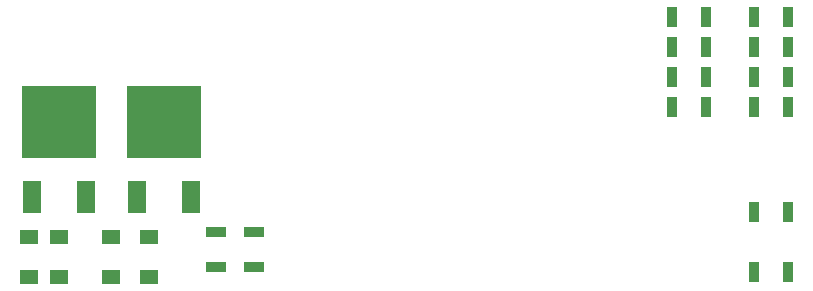
<source format=gbr>
G04 EAGLE Gerber RS-274X export*
G75*
%MOMM*%
%FSLAX34Y34*%
%LPD*%
%INSolderpaste Bottom*%
%IPPOS*%
%AMOC8*
5,1,8,0,0,1.08239X$1,22.5*%
G01*
%ADD10R,1.700000X0.900000*%
%ADD11R,0.900000X1.700000*%
%ADD12R,6.300000X6.100000*%
%ADD13R,1.500000X2.800000*%
%ADD14R,1.600000X1.200000*%


D10*
X241300Y97050D03*
X241300Y68050D03*
X273050Y68050D03*
X273050Y97050D03*
D11*
X725700Y203200D03*
X696700Y203200D03*
X725700Y228600D03*
X696700Y228600D03*
X725700Y254000D03*
X696700Y254000D03*
X725700Y279400D03*
X696700Y279400D03*
D12*
X196850Y190100D03*
D13*
X219650Y127100D03*
X174050Y127100D03*
D12*
X107950Y190100D03*
D13*
X130750Y127100D03*
X85150Y127100D03*
D14*
X107950Y59200D03*
X107950Y93200D03*
X152400Y59200D03*
X152400Y93200D03*
X184150Y59200D03*
X184150Y93200D03*
X82550Y59200D03*
X82550Y93200D03*
D11*
X725700Y114300D03*
X696700Y114300D03*
X725700Y63500D03*
X696700Y63500D03*
X626850Y203200D03*
X655850Y203200D03*
X626850Y228600D03*
X655850Y228600D03*
X626850Y254000D03*
X655850Y254000D03*
X626850Y279400D03*
X655850Y279400D03*
M02*

</source>
